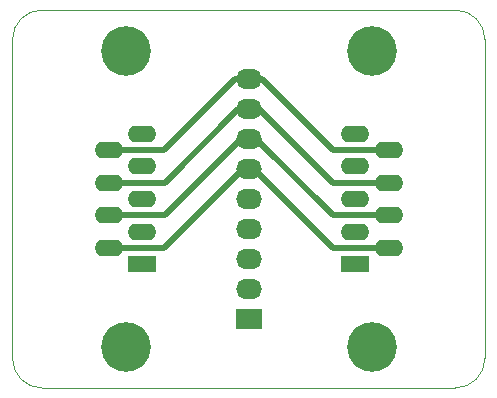
<source format=gtl>
G04 #@! TF.FileFunction,Copper,L1,Top,Signal*
%FSLAX46Y46*%
G04 Gerber Fmt 4.6, Leading zero omitted, Abs format (unit mm)*
G04 Created by KiCad (PCBNEW 0.201503050816+5478~22~ubuntu14.10.1-product) date Friday 13 March 2015 12:23:03 AM IST*
%MOMM*%
G01*
G04 APERTURE LIST*
%ADD10C,0.100000*%
%ADD11R,2.200000X1.700000*%
%ADD12O,2.200000X1.700000*%
%ADD13C,4.200000*%
%ADD14R,2.400000X1.400000*%
%ADD15O,2.400000X1.400000*%
%ADD16C,0.500000*%
G04 APERTURE END LIST*
D10*
X60000000Y-22500000D02*
X60000000Y-49500000D01*
X22500000Y-20000000D02*
X57500000Y-20000000D01*
X20000000Y-49500000D02*
X20000000Y-22500000D01*
X57500000Y-52000000D02*
X22500000Y-52000000D01*
X60000000Y-22500000D02*
G75*
G03X57500000Y-20000000I-2500000J0D01*
G01*
X57500000Y-52000000D02*
G75*
G03X60000000Y-49500000I0J2500000D01*
G01*
X20000000Y-49500000D02*
G75*
G03X22500000Y-52000000I2500000J0D01*
G01*
X22500000Y-20000000D02*
G75*
G03X20000000Y-22500000I0J-2500000D01*
G01*
D11*
X40000000Y-46160000D03*
D12*
X40000000Y-43620000D03*
X40000000Y-41080000D03*
X40000000Y-38540000D03*
X40000000Y-36000000D03*
X40000000Y-33460000D03*
X40000000Y-30920000D03*
X40000000Y-28380000D03*
X40000000Y-25840000D03*
D13*
X29580000Y-48500000D03*
X29580000Y-23500000D03*
D14*
X31000000Y-41540000D03*
D15*
X31000000Y-38770000D03*
X31000000Y-36000000D03*
X31000000Y-33230000D03*
X31000000Y-30460000D03*
X28160000Y-31845000D03*
X28160000Y-34615000D03*
X28160000Y-37385000D03*
X28160000Y-40155000D03*
D13*
X50420000Y-23500000D03*
X50420000Y-48500000D03*
D15*
X49000000Y-30460000D03*
X49000000Y-33230000D03*
X49000000Y-36000000D03*
X49000000Y-38770000D03*
D14*
X49000000Y-41540000D03*
D15*
X51840000Y-40155000D03*
X51840000Y-37385000D03*
X51840000Y-34615000D03*
X51840000Y-31845000D03*
D16*
X51840000Y-40155000D02*
X47155000Y-40155000D01*
X47155000Y-40155000D02*
X40460000Y-33460000D01*
X40460000Y-33460000D02*
X40000000Y-33460000D01*
X28160000Y-40155000D02*
X32845000Y-40155000D01*
X32845000Y-40155000D02*
X39540000Y-33460000D01*
X39540000Y-33460000D02*
X40000000Y-33460000D01*
X28160000Y-37385000D02*
X32885000Y-37385000D01*
X32885000Y-37385000D02*
X39350000Y-30920000D01*
X39350000Y-30920000D02*
X40000000Y-30920000D01*
X51840000Y-37385000D02*
X47115000Y-37385000D01*
X47115000Y-37385000D02*
X40650000Y-30920000D01*
X40650000Y-30920000D02*
X40000000Y-30920000D01*
X51840000Y-34615000D02*
X47115000Y-34615000D01*
X47115000Y-34615000D02*
X40880000Y-28380000D01*
X40880000Y-28380000D02*
X40000000Y-28380000D01*
X28160000Y-34615000D02*
X32885000Y-34615000D01*
X32885000Y-34615000D02*
X39120000Y-28380000D01*
X39120000Y-28380000D02*
X40000000Y-28380000D01*
X51840000Y-31845000D02*
X47155000Y-31845000D01*
X41150000Y-25840000D02*
X40000000Y-25840000D01*
X47155000Y-31845000D02*
X41150000Y-25840000D01*
X28160000Y-31845000D02*
X32845000Y-31845000D01*
X38850000Y-25840000D02*
X40000000Y-25840000D01*
X32845000Y-31845000D02*
X38850000Y-25840000D01*
M02*

</source>
